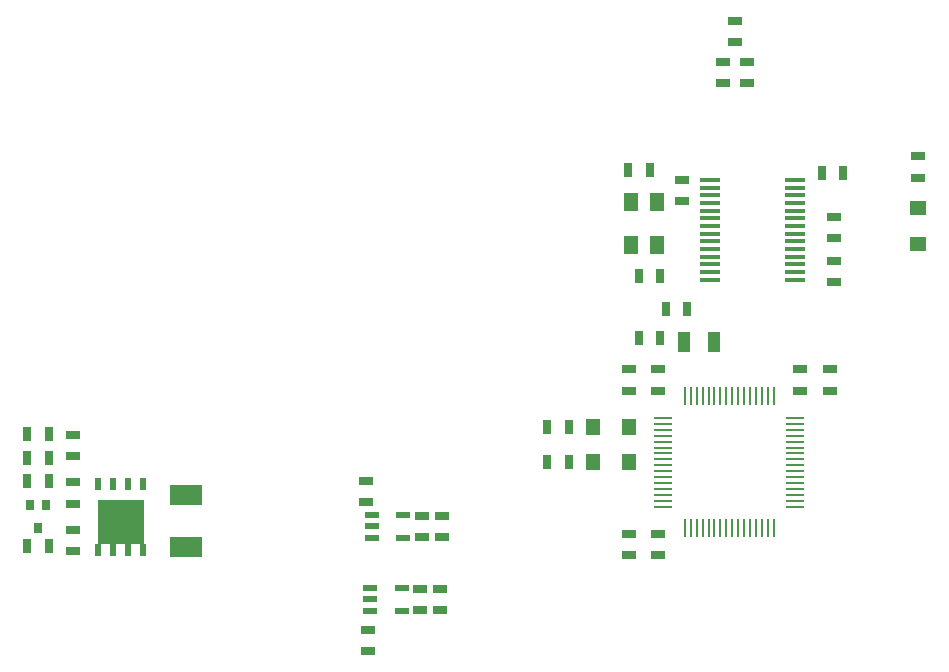
<source format=gtp>
G75*
%MOIN*%
%OFA0B0*%
%FSLAX25Y25*%
%IPPOS*%
%LPD*%
%AMOC8*
5,1,8,0,0,1.08239X$1,22.5*
%
%ADD10R,0.04724X0.02362*%
%ADD11R,0.04724X0.03150*%
%ADD12R,0.03150X0.04724*%
%ADD13R,0.02756X0.03543*%
%ADD14R,0.02402X0.04016*%
%ADD15R,0.15394X0.15000*%
%ADD16R,0.10630X0.07087*%
%ADD17R,0.06102X0.00984*%
%ADD18R,0.00984X0.06102*%
%ADD19R,0.06890X0.01575*%
%ADD20R,0.03937X0.07087*%
%ADD21R,0.04921X0.06299*%
%ADD22R,0.00984X0.03937*%
%ADD23R,0.03937X0.00984*%
%ADD24R,0.05512X0.04724*%
%ADD25R,0.04724X0.05512*%
D10*
X0173113Y0129146D03*
X0173113Y0132886D03*
X0173113Y0136626D03*
X0183743Y0136626D03*
X0183743Y0129146D03*
X0184136Y0153457D03*
X0184136Y0160937D03*
X0173506Y0160937D03*
X0173506Y0157197D03*
X0173506Y0153457D03*
D11*
X0171571Y0165404D03*
X0171571Y0172491D03*
X0190321Y0160741D03*
X0197071Y0160741D03*
X0197071Y0153654D03*
X0190321Y0153654D03*
X0189678Y0136430D03*
X0196428Y0136430D03*
X0196428Y0129343D03*
X0189678Y0129343D03*
X0172178Y0122680D03*
X0172178Y0115593D03*
X0259274Y0147542D03*
X0259274Y0154628D03*
X0269117Y0154628D03*
X0269117Y0147542D03*
X0269117Y0202502D03*
X0269117Y0209589D03*
X0259274Y0209589D03*
X0259274Y0202502D03*
X0316361Y0202502D03*
X0316361Y0209589D03*
X0326203Y0209589D03*
X0326203Y0202502D03*
X0327680Y0238585D03*
X0327680Y0245672D03*
X0327680Y0253191D03*
X0327680Y0260278D03*
X0355731Y0273447D03*
X0355731Y0280534D03*
X0298644Y0304943D03*
X0298644Y0312030D03*
X0294707Y0318723D03*
X0294707Y0325809D03*
X0290770Y0312030D03*
X0290770Y0304943D03*
X0277089Y0272680D03*
X0277089Y0265593D03*
X0074117Y0187620D03*
X0074117Y0180534D03*
X0074117Y0171872D03*
X0074117Y0164786D03*
X0074117Y0156124D03*
X0074117Y0149038D03*
D12*
X0058762Y0150613D03*
X0065849Y0150613D03*
X0065849Y0172266D03*
X0058762Y0172266D03*
X0058762Y0180140D03*
X0065849Y0180140D03*
X0065849Y0188014D03*
X0058762Y0188014D03*
X0232109Y0190376D03*
X0239195Y0190376D03*
X0239195Y0178565D03*
X0232109Y0178565D03*
X0262699Y0219904D03*
X0269786Y0219904D03*
X0271557Y0229746D03*
X0278644Y0229746D03*
X0269786Y0240573D03*
X0262699Y0240573D03*
X0266183Y0276006D03*
X0259097Y0276006D03*
X0323565Y0275022D03*
X0330652Y0275022D03*
D13*
X0064865Y0164195D03*
X0059746Y0164195D03*
X0062306Y0156715D03*
D14*
X0082365Y0149451D03*
X0087365Y0149451D03*
X0092365Y0149451D03*
X0097365Y0149451D03*
X0097365Y0171459D03*
X0092365Y0171459D03*
X0087365Y0171459D03*
X0082365Y0171459D03*
D15*
X0089865Y0158723D03*
D16*
X0111636Y0150219D03*
X0111636Y0167542D03*
D17*
X0270691Y0167739D03*
X0270691Y0169707D03*
X0270691Y0171676D03*
X0270691Y0173644D03*
X0270691Y0175613D03*
X0270691Y0177581D03*
X0270691Y0179550D03*
X0270691Y0181518D03*
X0270691Y0183487D03*
X0270691Y0185455D03*
X0270691Y0187424D03*
X0270691Y0189392D03*
X0270691Y0191361D03*
X0270691Y0193329D03*
X0270691Y0165770D03*
X0270691Y0163802D03*
X0314786Y0163802D03*
X0314786Y0165770D03*
X0314786Y0167739D03*
X0314786Y0169707D03*
X0314786Y0171676D03*
X0314786Y0173644D03*
X0314786Y0175613D03*
X0314786Y0177581D03*
X0314786Y0179550D03*
X0314786Y0181518D03*
X0314786Y0183487D03*
X0314786Y0185455D03*
X0314786Y0187424D03*
X0314786Y0189392D03*
X0314786Y0191361D03*
X0314786Y0193329D03*
D18*
X0307502Y0200613D03*
X0305534Y0200613D03*
X0303565Y0200613D03*
X0301597Y0200613D03*
X0299628Y0200613D03*
X0297660Y0200613D03*
X0295691Y0200613D03*
X0293723Y0200613D03*
X0291754Y0200613D03*
X0289786Y0200613D03*
X0287817Y0200613D03*
X0285849Y0200613D03*
X0283880Y0200613D03*
X0281912Y0200613D03*
X0279943Y0200613D03*
X0277975Y0200613D03*
X0277975Y0156518D03*
X0279943Y0156518D03*
X0281912Y0156518D03*
X0283880Y0156518D03*
X0285849Y0156518D03*
X0287817Y0156518D03*
X0289786Y0156518D03*
X0291754Y0156518D03*
X0293723Y0156518D03*
X0295691Y0156518D03*
X0297660Y0156518D03*
X0299628Y0156518D03*
X0301597Y0156518D03*
X0303565Y0156518D03*
X0305534Y0156518D03*
X0307502Y0156518D03*
D19*
X0314786Y0239431D03*
X0314786Y0241991D03*
X0314786Y0244550D03*
X0314786Y0247109D03*
X0314786Y0249668D03*
X0314786Y0252227D03*
X0314786Y0254786D03*
X0314786Y0257345D03*
X0314786Y0259904D03*
X0314786Y0262463D03*
X0314786Y0265022D03*
X0314786Y0267581D03*
X0314786Y0270140D03*
X0314786Y0272699D03*
X0286439Y0272699D03*
X0286439Y0270140D03*
X0286439Y0267581D03*
X0286439Y0265022D03*
X0286439Y0262463D03*
X0286439Y0259904D03*
X0286439Y0257345D03*
X0286439Y0254786D03*
X0286439Y0252227D03*
X0286439Y0249668D03*
X0286439Y0247109D03*
X0286439Y0244550D03*
X0286439Y0241991D03*
X0286439Y0239431D03*
D20*
X0287660Y0218565D03*
X0277817Y0218565D03*
D21*
X0268605Y0250928D03*
X0259943Y0250928D03*
X0259943Y0265494D03*
X0268605Y0265494D03*
D22*
X0322857Y0275022D03*
D23*
X0327680Y0252876D03*
X0326208Y0201732D03*
X0277089Y0265278D03*
X0259343Y0201810D03*
X0259143Y0155091D03*
D24*
X0355731Y0251400D03*
X0355731Y0263211D03*
D25*
X0259274Y0190376D03*
X0259274Y0178565D03*
X0247463Y0178565D03*
X0247463Y0190376D03*
M02*

</source>
